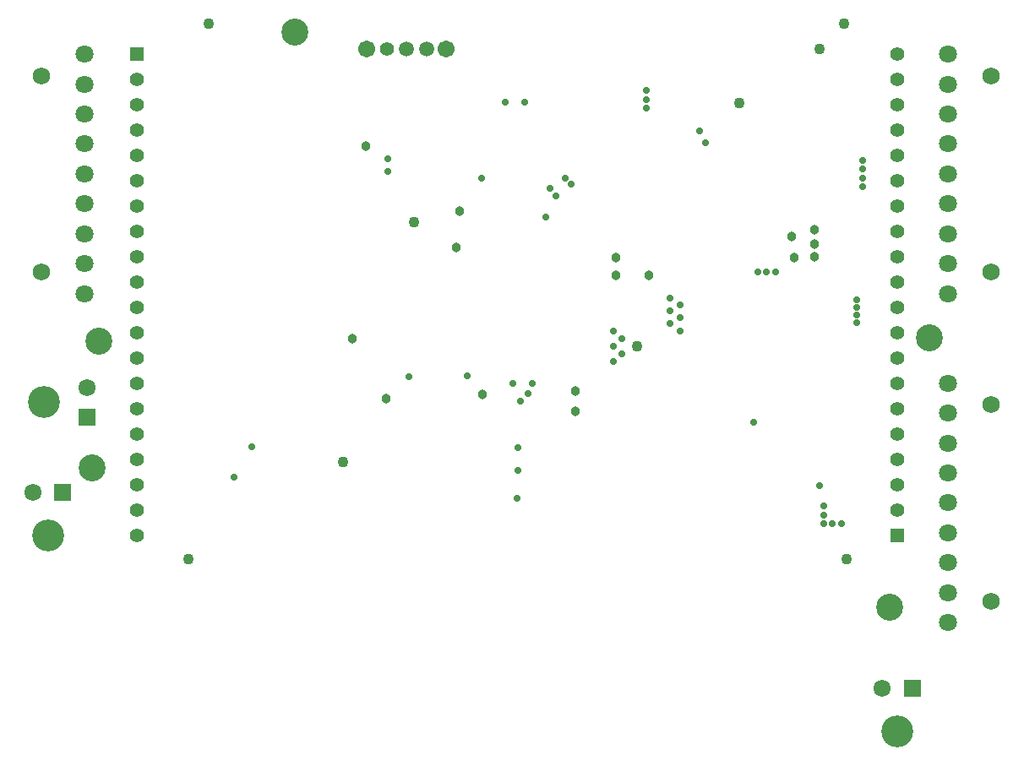
<source format=gbs>
G04*
G04 #@! TF.GenerationSoftware,Altium Limited,Altium Designer,19.1.5 (86)*
G04*
G04 Layer_Color=16711935*
%FSLAX25Y25*%
%MOIN*%
G70*
G01*
G75*
%ADD84C,0.10642*%
%ADD85C,0.06706*%
%ADD86C,0.05524*%
%ADD87C,0.05918*%
%ADD88C,0.07119*%
%ADD89C,0.06804*%
%ADD90C,0.12611*%
%ADD91C,0.06784*%
%ADD92R,0.06784X0.06784*%
%ADD93R,0.06784X0.06784*%
%ADD94R,0.05524X0.05524*%
%ADD95C,0.03800*%
%ADD96C,0.04300*%
%ADD97C,0.02800*%
D84*
X302900Y324500D02*
D03*
X382800Y496600D02*
D03*
X305700Y374600D02*
D03*
X633100Y375900D02*
D03*
X617500Y269500D02*
D03*
D85*
X411252Y490000D02*
D03*
X442748D02*
D03*
D86*
X419126D02*
D03*
X320428Y478000D02*
D03*
Y468000D02*
D03*
Y458000D02*
D03*
Y448000D02*
D03*
Y438000D02*
D03*
Y428000D02*
D03*
Y418000D02*
D03*
Y408000D02*
D03*
Y398000D02*
D03*
Y388000D02*
D03*
Y378000D02*
D03*
Y368000D02*
D03*
Y358000D02*
D03*
Y348000D02*
D03*
Y338000D02*
D03*
Y328000D02*
D03*
Y318000D02*
D03*
Y308000D02*
D03*
Y298000D02*
D03*
X620428Y488000D02*
D03*
Y478000D02*
D03*
Y468000D02*
D03*
Y458000D02*
D03*
Y448000D02*
D03*
Y438000D02*
D03*
Y428000D02*
D03*
Y418000D02*
D03*
Y408000D02*
D03*
Y398000D02*
D03*
Y388000D02*
D03*
Y378000D02*
D03*
Y368000D02*
D03*
Y358000D02*
D03*
Y348000D02*
D03*
Y338000D02*
D03*
Y328000D02*
D03*
Y318000D02*
D03*
Y308000D02*
D03*
D87*
X427000Y490000D02*
D03*
X434874D02*
D03*
D88*
X640500Y487932D02*
D03*
Y476121D02*
D03*
Y464310D02*
D03*
Y452499D02*
D03*
Y440688D02*
D03*
Y428877D02*
D03*
Y417066D02*
D03*
Y405255D02*
D03*
Y393444D02*
D03*
X300000Y393445D02*
D03*
X300000Y405256D02*
D03*
X300000Y417067D02*
D03*
X300000Y428878D02*
D03*
X300000Y440689D02*
D03*
X300000Y452500D02*
D03*
X300000Y464311D02*
D03*
Y476122D02*
D03*
Y487933D02*
D03*
X640500Y358073D02*
D03*
Y346262D02*
D03*
Y334451D02*
D03*
Y322640D02*
D03*
Y310829D02*
D03*
Y299018D02*
D03*
Y287207D02*
D03*
Y275395D02*
D03*
Y263584D02*
D03*
D89*
X657508Y479467D02*
D03*
Y401908D02*
D03*
X282992Y401909D02*
D03*
X282992Y479468D02*
D03*
X657508Y349608D02*
D03*
Y272049D02*
D03*
D90*
X620595Y220492D02*
D03*
X284000Y350500D02*
D03*
X285500Y298000D02*
D03*
D91*
X614689Y237500D02*
D03*
X301008Y356405D02*
D03*
X279594Y315008D02*
D03*
D92*
X626500Y237500D02*
D03*
X291406Y315008D02*
D03*
D93*
X301008Y344595D02*
D03*
D94*
X320428Y488000D02*
D03*
X620428Y298000D02*
D03*
D95*
X522500Y400772D02*
D03*
X509500Y400772D02*
D03*
X418823Y352000D02*
D03*
X405500Y375500D02*
D03*
X493500Y347000D02*
D03*
Y355000D02*
D03*
X509500Y407500D02*
D03*
X579000Y416000D02*
D03*
X588000Y408000D02*
D03*
Y413000D02*
D03*
Y418500D02*
D03*
X580000Y407500D02*
D03*
X411000Y451500D02*
D03*
X446500Y411500D02*
D03*
X448000Y426000D02*
D03*
X457000Y353500D02*
D03*
D96*
X600500Y288500D02*
D03*
X341000D02*
D03*
X518000Y372500D02*
D03*
X430000Y421500D02*
D03*
X401768Y326918D02*
D03*
X349000Y500000D02*
D03*
X599500D02*
D03*
X590000Y490000D02*
D03*
X558405Y468500D02*
D03*
D97*
X475000Y354000D02*
D03*
X469000Y358000D02*
D03*
X428000Y360500D02*
D03*
X472000Y351000D02*
D03*
X476500Y358000D02*
D03*
X598500Y302500D02*
D03*
X595000D02*
D03*
X591500D02*
D03*
Y306000D02*
D03*
Y309500D02*
D03*
X590000Y317500D02*
D03*
X482000Y423500D02*
D03*
X508500Y366500D02*
D03*
X512000Y369500D02*
D03*
X508500Y372500D02*
D03*
X512000Y375500D02*
D03*
X508500Y378500D02*
D03*
X358768Y321000D02*
D03*
X365838Y333056D02*
D03*
X451000Y361000D02*
D03*
X470500Y312500D02*
D03*
X471000Y323500D02*
D03*
Y332500D02*
D03*
X521500Y466500D02*
D03*
X466000Y469000D02*
D03*
X473500D02*
D03*
X545000Y453000D02*
D03*
X542500Y457500D02*
D03*
X492000Y436500D02*
D03*
X489500Y439000D02*
D03*
X486000Y432000D02*
D03*
X483500Y435000D02*
D03*
X419500Y441500D02*
D03*
Y446500D02*
D03*
X456500Y439000D02*
D03*
X535000Y378500D02*
D03*
X531000Y381500D02*
D03*
X535000Y384000D02*
D03*
Y389000D02*
D03*
X531000Y391500D02*
D03*
Y386500D02*
D03*
X564000Y342500D02*
D03*
X604500Y385000D02*
D03*
Y388000D02*
D03*
Y382000D02*
D03*
Y391000D02*
D03*
X565500Y402000D02*
D03*
X569000D02*
D03*
X572500D02*
D03*
X607000Y435500D02*
D03*
Y439000D02*
D03*
Y442500D02*
D03*
Y446000D02*
D03*
X521500Y470000D02*
D03*
Y473500D02*
D03*
M02*

</source>
